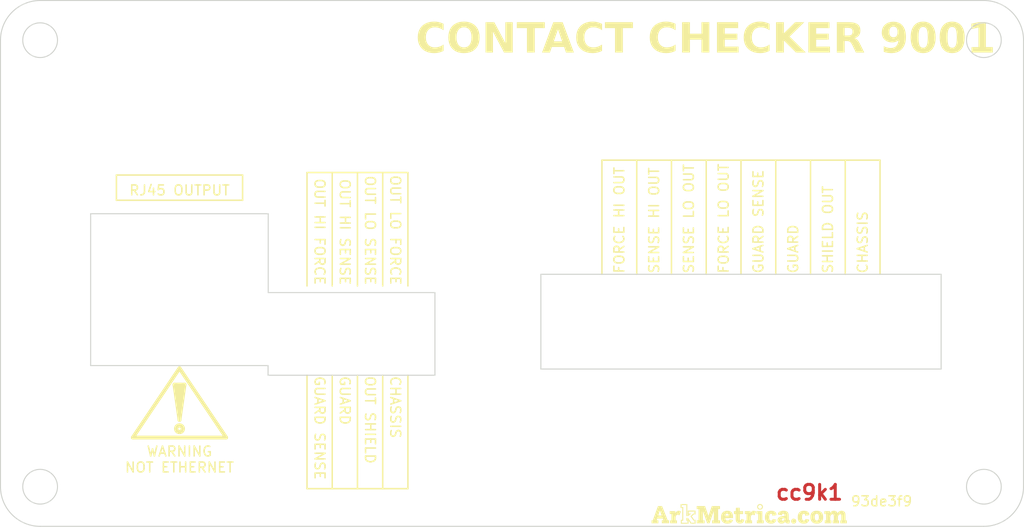
<source format=kicad_pcb>
(kicad_pcb (version 20221018) (generator pcbnew)
  (layers (0 "F.Cu" signal) (31 "B.Cu" signal) (34 "B.Paste" user) (35 "F.Paste" user) (36 "B.SilkS" user "B.Silkscreen") (37 "F.SilkS" user "F.Silkscreen") (38 "B.Mask" user) (39 "F.Mask" user) (44 "Edge.Cuts" user))
  (net 0 "")
  (footprint "custom:site_small" (layer "F.Cu") (at 177.736295 125.091704)
    (fp_text reference "G***" hide)
    (fp_text value "LOGO" hide)
    (fp_poly (pts (xy 1.323163 0.653705) (xy 1.46493 0.653705) (xy 1.46493 0.952992) (xy 1.123638 0.952992) (xy 1.051793 0.952874) (xy 0.984852 0.952539) (xy 0.92445 0.952009) (xy 0.872222 0.951311) (xy 0.829802 0.950468) (xy 0.798825 0.949507) (xy 0.780927 0.94845) (xy 0.777095 0.947741) (xy 0.775426 0.938548) (xy 0.773976 0.916186) (xy 0.772835 0.883239) (xy 0.772095 0.842291) (xy 0.771845 0.798098) (xy 0.771845 0.653705) (xy 0.913612 0.653705) (xy 0.913612 0.024143) (xy 0.825008 0.021916) (xy 0.736403 0.019689) (xy 0.732117 -0.275659) (xy 1.323163 -0.275659)) (fill solid) (layer "F.SilkS"))
    (fp_poly (pts (xy 4.495738 0.482101) (xy 4.559055 0.493372) (xy 4.615932 0.518506) (xy 4.664705 0.556354) (xy 4.703708 0.60577) (xy 4.71999 0.636569) (xy 4.732872 0.679646) (xy 4.737807 0.729992) (xy 4.734819 0.781291) (xy 4.723931 0.827226) (xy 4.719232 0.83879) (xy 4.690922 0.88495) (xy 4.651682 0.927309) (xy 4.60629 0.960917) (xy 4.595628 0.966813) (xy 4.554624 0.981619) (xy 4.505563 0.989707) (xy 4.454821 0.990662) (xy 4.408776 0.984071) (xy 4.394791 0.979848) (xy 4.33914 0.952074) (xy 4.292969 0.913054) (xy 4.257752 0.864847) (xy 4.234963 0.80951) (xy 4.226077 0.749102) (xy 4.226011 0.744279) (xy 4.229991 0.686563) (xy 4.243631 0.638138) (xy 4.268714 0.594652) (xy 4.303518 0.555181) (xy 4.345081 0.519082) (xy 4.385391 0.495905) (xy 4.428989 0.483923) (xy 4.480414 0.48141)) (fill solid) (layer "F.SilkS"))
    (fp_poly (pts (xy -7.100186 -0.310654) (xy -7.036788 -0.307489) (xy -6.985177 -0.298117) (xy -6.942308 -0.281628) (xy -6.905134 -0.257112) (xy -6.896719 -0.24993) (xy -6.868142 -0.224466) (xy -6.95133 -0.02969) (xy -7.034517 0.165086) (xy -7.05456 0.141267) (xy -7.089901 0.110819) (xy -7.133491 0.090963) (xy -7.181347 0.082364) (xy -7.229488 0.085685) (xy -7.273932 0.101592) (xy -7.278132 0.103966) (xy -7.307784 0.12491) (xy -7.333414 0.151632) (xy -7.357482 0.187251) (xy -7.382446 0.234891) (xy -7.384243 0.238657) (xy -7.411596 0.296255) (xy -7.409473 0.473011) (xy -7.407349 0.649767) (xy -7.338434 0.652043) (xy -7.26952 0.654318) (xy -7.26952 0.952992) (xy -7.610812 0.952992) (xy -7.682657 0.952874) (xy -7.749598 0.952539) (xy -7.81 0.952009) (xy -7.862228 0.951311) (xy -7.904648 0.950468) (xy -7.935624 0.949507) (xy -7.953523 0.94845) (xy -7.957354 0.947741) (xy -7.959023 0.938548) (xy -7.960474 0.916186) (xy -7.961614 0.883239) (xy -7.962355 0.842291) (xy -7.962605 0.798098) (xy -7.962605 0.653705) (xy -7.820837 0.653705) (xy -7.820837 0.024143) (xy -7.998047 0.019689) (xy -8.000189 -0.127985) (xy -8.002332 -0.275659) (xy -7.434915 -0.275659) (xy -7.434915 -0.068538) (xy -7.414423 -0.107122) (xy -7.37665 -0.169507) (xy -7.335679 -0.218858) (xy -7.288814 -0.257886) (xy -7.233356 -0.289301) (xy -7.232785 -0.289568) (xy -7.210594 -0.299268) (xy -7.190824 -0.305507) (xy -7.168947 -0.309004) (xy -7.140438 -0.310481) (xy -7.10077 -0.310657)) (fill solid) (layer "F.SilkS"))
    (fp_poly (pts (xy 0.460744 -0.310654) (xy 0.523992 -0.30751) (xy 0.575513 -0.298183) (xy 0.618429 -0.281743) (xy 0.655862 -0.257259) (xy 0.664551 -0.24993) (xy 0.693467 -0.224466) (xy 0.617671 -0.047256) (xy 0.596226 0.002946) (xy 0.576545 0.049147) (xy 0.559574 0.089111) (xy 0.546264 0.120598) (xy 0.537563 0.141372) (xy 0.534758 0.14825) (xy 0.527642 0.166546) (xy 0.506985 0.141997) (xy 0.470061 0.109623) (xy 0.424486 0.090186) (xy 0.37017 0.083515) (xy 0.32083 0.089096) (xy 0.277732 0.10715) (xy 0.23975 0.138527) (xy 0.205758 0.18408) (xy 0.184032 0.224242) (xy 0.157519 0.279152) (xy 0.157519 0.653705) (xy 0.291411 0.653705) (xy 0.291411 0.952992) (xy -0.049881 0.952992) (xy -0.121726 0.952874) (xy -0.188667 0.952539) (xy -0.249069 0.952009) (xy -0.301298 0.951311) (xy -0.343718 0.950468) (xy -0.374694 0.949507) (xy -0.392592 0.94845) (xy -0.396424 0.947741) (xy -0.398093 0.938548) (xy -0.399543 0.916186) (xy -0.400684 0.883239) (xy -0.401425 0.842291) (xy -0.401675 0.798098) (xy -0.401675 0.653705) (xy -0.259907 0.653705) (xy -0.259907 0.024143) (xy -0.348512 0.021916) (xy -0.437116 0.019689) (xy -0.441402 -0.275659) (xy 0.126015 -0.275659) (xy 0.126244 -0.171303) (xy 0.126472 -0.066946) (xy 0.15502 -0.120473) (xy 0.193614 -0.179604) (xy 0.241183 -0.230993) (xy 0.294505 -0.271441) (xy 0.322009 -0.286416) (xy 0.346293 -0.297409) (xy 0.366511 -0.304521) (xy 0.387316 -0.308564) (xy 0.41336 -0.310353) (xy 0.449296 -0.310699)) (fill solid) (layer "F.SilkS"))
    (fp_poly (pts (xy 1.120589 -0.996641) (xy 1.179662 -0.984617) (xy 1.235552 -0.960915) (xy 1.28619 -0.925717) (xy 1.329509 -0.879205) (xy 1.359269 -0.830425) (xy 1.370368 -0.805992) (xy 1.377197 -0.784564) (xy 1.380763 -0.760795) (xy 1.382074 -0.729338) (xy 1.382199 -0.708838) (xy 1.381601 -0.670734) (xy 1.379135 -0.642978) (xy 1.373851 -0.620191) (xy 1.3648 -0.596996) (xy 1.361 -0.588708) (xy 1.330381 -0.537791) (xy 1.289962 -0.491818) (xy 1.243731 -0.454843) (xy 1.211884 -0.437295) (xy 1.166031 -0.42197) (xy 1.114763 -0.413302) (xy 1.063908 -0.411776) (xy 1.019292 -0.41788) (xy 1.010377 -0.420463) (xy 0.947677 -0.448524) (xy 0.893903 -0.487758) (xy 0.850511 -0.536355) (xy 0.818957 -0.592503) (xy 0.800696 -0.654391) (xy 0.797063 -0.685879) (xy 0.797553 -0.7049) (xy 0.901798 -0.7049) (xy 0.902967 -0.671505) (xy 0.907572 -0.646845) (xy 0.91726 -0.624005) (xy 0.923893 -0.612181) (xy 0.956724 -0.571463) (xy 1.00152 -0.539275) (xy 1.037286 -0.523298) (xy 1.070983 -0.514266) (xy 1.102623 -0.513648) (xy 1.139426 -0.521433) (xy 1.145057 -0.523088) (xy 1.190872 -0.543003) (xy 1.227198 -0.573364) (xy 1.256307 -0.615348) (xy 1.27601 -0.665965) (xy 1.280964 -0.717335) (xy 1.271672 -0.767008) (xy 1.248635 -0.812533) (xy 1.212353 -0.851458) (xy 1.207157 -0.855552) (xy 1.160973 -0.881592) (xy 1.111452 -0.893622) (xy 1.061271 -0.892187) (xy 1.01311 -0.877835) (xy 0.969647 -0.851111) (xy 0.933562 -0.812563) (xy 0.923984 -0.797774) (xy 0.911353 -0.773393) (xy 0.904584 -0.750451) (xy 0.902021 -0.722023) (xy 0.901798 -0.7049) (xy 0.797553 -0.7049) (xy 0.798712 -0.749826) (xy 0.812393 -0.806393) (xy 0.839211 -0.859544) (xy 0.849847 -0.875226) (xy 0.89382 -0.92432) (xy 0.944948 -0.960827) (xy 1.001165 -0.984928) (xy 1.060401 -0.996805)) (fill solid) (layer "F.SilkS"))
    (fp_poly (pts (xy -8.977239 -0.785758) (xy -8.772666 -0.783659) (xy -8.488257 -0.068915) (xy -8.203847 0.645829) (xy -8.064652 0.645829) (xy -8.066791 0.797441) (xy -8.06893 0.949054) (xy -8.79352 0.949054) (xy -8.795658 0.79771) (xy -8.797796 0.646365) (xy -8.633736 0.641891) (xy -8.665339 0.557224) (xy -8.696941 0.472558) (xy -9.252965 0.472558) (xy -9.278399 0.549348) (xy -9.289426 0.582539) (xy -9.298811 0.6106) (xy -9.30532 0.62985) (xy -9.307457 0.635984) (xy -9.305259 0.640574) (xy -9.293355 0.643585) (xy -9.269811 0.645255) (xy -9.232692 0.645824) (xy -9.227541 0.645829) (xy -9.144 0.645829) (xy -9.144 0.952992) (xy -9.829209 0.952992) (xy -9.829209 0.645829) (xy -9.696799 0.645829) (xy -9.685118 0.612356) (xy -9.680734 0.60003) (xy -9.671416 0.574019) (xy -9.657571 0.535456) (xy -9.639608 0.485474) (xy -9.617934 0.425207) (xy -9.592957 0.355787) (xy -9.565085 0.278347) (xy -9.534725 0.194022) (xy -9.521084 0.156146) (xy -9.150287 0.156146) (xy -9.147015 0.159564) (xy -9.138337 0.162022) (xy -9.122364 0.163676) (xy -9.097204 0.164683) (xy -9.060967 0.165199) (xy -9.011762 0.165381) (xy -8.983461 0.165395) (xy -8.933583 0.165135) (xy -8.889466 0.164407) (xy -8.853381 0.16329) (xy -8.827598 0.161862) (xy -8.814384 0.160202) (xy -8.813126 0.159488) (xy -8.815622 0.149996) (xy -8.822688 0.128077) (xy -8.83358 0.095813) (xy -8.847555 0.055285) (xy -8.863872 0.008577) (xy -8.881786 -0.04223) (xy -8.900555 -0.095053) (xy -8.919437 -0.14781) (xy -8.937688 -0.198419) (xy -8.954566 -0.244797) (xy -8.969327 -0.284862) (xy -8.981229 -0.316533) (xy -8.989529 -0.337726) (xy -8.993484 -0.346359) (xy -8.993625 -0.346453) (xy -8.996638 -0.339258) (xy -9.003592 -0.319116) (xy -9.013821 -0.288142) (xy -9.026662 -0.248455) (xy -9.041449 -0.202169) (xy -9.057519 -0.151401) (xy -9.074205 -0.098268) (xy -9.090844 -0.044887) (xy -9.10677 0.006628) (xy -9.12132 0.054158) (xy -9.133829 0.095588) (xy -9.143631 0.128801) (xy -9.150044 0.151612) (xy -9.150287 0.156146) (xy -9.521084 0.156146) (xy -9.502285 0.103945) (xy -9.468173 0.009247) (xy -9.439302 -0.070884) (xy -9.404124 -0.168522) (xy -9.370285 -0.26247) (xy -9.338192 -0.351594) (xy -9.308254 -0.434763) (xy -9.280878 -0.510841) (xy -9.256471 -0.578695) (xy -9.235442 -0.637192) (xy -9.218197 -0.685199) (xy -9.205146 -0.721582) (xy -9.196695 -0.745206) (xy -9.193488 -0.754254) (xy -9.181811 -0.787856)) (fill solid) (layer "F.SilkS"))
    (fp_poly (pts (xy -0.945116 -0.275659) (xy -0.614326 -0.275659) (xy -0.614326 0.023627) (xy -0.945116 0.023627) (xy -0.945116 0.307553) (xy -0.94502 0.387207) (xy -0.944626 0.452593) (xy -0.943775 0.505194) (xy -0.942306 0.546493) (xy -0.940062 0.577974) (xy -0.936883 0.601119) (xy -0.932609 0.617413) (xy -0.927082 0.628337) (xy -0.920141 0.635376) (xy -0.911629 0.640012) (xy -0.909322 0.640937) (xy -0.8769 0.646202) (xy -0.847969 0.637071) (xy -0.824311 0.614807) (xy -0.807705 0.580673) (xy -0.803887 0.566145) (xy -0.798992 0.541177) (xy -0.795958 0.521567) (xy -0.795473 0.515488) (xy -0.79023 0.505272) (xy -0.785997 0.504062) (xy -0.776459 0.506541) (xy -0.754972 0.513316) (xy -0.724416 0.523395) (xy -0.68767 0.535784) (xy -0.647611 0.549489) (xy -0.607119 0.563517) (xy -0.569073 0.576876) (xy -0.536351 0.588571) (xy -0.511832 0.597609) (xy -0.498395 0.602998) (xy -0.496859 0.603824) (xy -0.496514 0.613036) (xy -0.501021 0.633405) (xy -0.509285 0.661505) (xy -0.52021 0.693908) (xy -0.532702 0.727186) (xy -0.545664 0.757911) (xy -0.547119 0.761091) (xy -0.585283 0.826981) (xy -0.633397 0.880692) (xy -0.691807 0.922529) (xy -0.760861 0.952798) (xy -0.76622 0.954529) (xy -0.80867 0.964217) (xy -0.861324 0.970665) (xy -0.918936 0.973683) (xy -0.976257 0.973084) (xy -1.02804 0.96868) (xy -1.051372 0.964754) (xy -1.124864 0.942504) (xy -1.190149 0.908625) (xy -1.245629 0.864268) (xy -1.289704 0.810583) (xy -1.306766 0.780998) (xy -1.318745 0.756794) (xy -1.328664 0.734817) (xy -1.336738 0.713292) (xy -1.343179 0.690444) (xy -1.348201 0.664498) (xy -1.352016 0.633678) (xy -1.354838 0.59621) (xy -1.35688 0.550319) (xy -1.358355 0.494229) (xy -1.359476 0.426166) (xy -1.360457 0.344354) (xy -1.360583 0.332759) (xy -1.363943 0.023627) (xy -1.535814 0.023627) (xy -1.535814 -0.275659) (xy -1.445241 -0.275659) (xy -1.403429 -0.276153) (xy -1.375556 -0.277761) (xy -1.359834 -0.280679) (xy -1.354476 -0.2851) (xy -1.354443 -0.285504) (xy -1.353782 -0.296182) (xy -1.352082 -0.319898) (xy -1.349541 -0.353987) (xy -1.346358 -0.395785) (xy -1.342853 -0.441055) (xy -1.339226 -0.488116) (xy -1.336054 -0.530373) (xy -1.333535 -0.565068) (xy -1.331871 -0.589444) (xy -1.331263 -0.600543) (xy -1.330193 -0.604841) (xy -1.325925 -0.608144) (xy -1.316641 -0.610581) (xy -1.300522 -0.612283) (xy -1.275749 -0.613378) (xy -1.240502 -0.613997) (xy -1.192962 -0.61427) (xy -1.138078 -0.614326) (xy -0.945116 -0.614326)) (fill solid) (layer "F.SilkS"))
    (fp_poly (pts (xy -2.937737 -0.480435) (xy -3.12676 -0.480435) (xy -3.12676 0.645829) (xy -2.937737 0.645829) (xy -2.937737 0.952992) (xy -3.733209 0.952992) (xy -3.733209 0.645829) (xy -3.559938 0.645829) (xy -3.560524 0.17524) (xy -3.561111 -0.295349) (xy -3.579222 -0.244155) (xy -3.584754 -0.228365) (xy -3.594983 -0.199) (xy -3.609455 -0.157372) (xy -3.627715 -0.104792) (xy -3.649308 -0.042572) (xy -3.673778 0.027977) (xy -3.700672 0.105544) (xy -3.729534 0.188818) (xy -3.75991 0.276487) (xy -3.786903 0.354418) (xy -3.817935 0.444014) (xy -3.847632 0.52974) (xy -3.875566 0.61036) (xy -3.901309 0.684638) (xy -3.924432 0.751339) (xy -3.944507 0.809226) (xy -3.961104 0.857063) (xy -3.973796 0.893614) (xy -3.982154 0.917644) (xy -3.985634 0.927596) (xy -3.994797 0.953393) (xy -4.113139 0.951223) (xy -4.23148 0.949054) (xy -4.442802 0.338666) (xy -4.475393 0.244558) (xy -4.506535 0.154694) (xy -4.535839 0.070194) (xy -4.562914 -0.007823) (xy -4.587372 -0.078237) (xy -4.608824 -0.139929) (xy -4.626881 -0.191779) (xy -4.641153 -0.232668) (xy -4.651252 -0.261476) (xy -4.656788 -0.277084) (xy -4.657727 -0.279597) (xy -4.658385 -0.273395) (xy -4.659025 -0.25278) (xy -4.659635 -0.219091) (xy -4.660201 -0.173668) (xy -4.660712 -0.11785) (xy -4.661156 -0.052976) (xy -4.661519 0.019615) (xy -4.66179 0.098583) (xy -4.661952 0.179178) (xy -4.662574 0.645829) (xy -4.489303 0.645829) (xy -4.489303 0.952992) (xy -4.881788 0.952992) (xy -4.958958 0.952889) (xy -5.031307 0.952596) (xy -5.097317 0.952131) (xy -5.155465 0.951515) (xy -5.204232 0.950768) (xy -5.242098 0.94991) (xy -5.267541 0.948961) (xy -5.279041 0.947941) (xy -5.279525 0.947741) (xy -5.281173 0.938565) (xy -5.282609 0.916183) (xy -5.283746 0.88314) (xy -5.284497 0.841983) (xy -5.284775 0.795257) (xy -5.284775 0.645829) (xy -5.095752 0.645829) (xy -5.095752 -0.480435) (xy -5.284775 -0.480435) (xy -5.284775 -0.787597) (xy -4.86538 -0.787504) (xy -4.445985 -0.78741) (xy -4.277862 -0.296462) (xy -4.24895 -0.212136) (xy -4.221455 -0.132136) (xy -4.195812 -0.057719) (xy -4.172459 0.009856) (xy -4.151832 0.069331) (xy -4.134368 0.119449) (xy -4.120504 0.158951) (xy -4.110675 0.18658) (xy -4.105319 0.201078) (xy -4.104516 0.202937) (xy -4.101162 0.197141) (xy -4.093198 0.177616) (xy -4.081053 0.145558) (xy -4.065153 0.102164) (xy -4.045927 0.048629) (xy -4.023803 -0.01385) (xy -3.999208 -0.084079) (xy -3.972571 -0.16086) (xy -3.944318 -0.242998) (xy -3.929572 -0.286136) (xy -3.75985 -0.783659) (xy -3.348794 -0.785699) (xy -2.937737 -0.787738)) (fill solid) (layer "F.SilkS"))
    (fp_poly (pts (xy -6.229892 0.126015) (xy -6.211633 0.126015) (xy -6.195086 0.12136) (xy -6.172954 0.10947) (xy -6.159947 0.100418) (xy -6.126519 0.074821) (xy -6.154578 0.072377) (xy -6.182636 0.069932) (xy -6.182636 -0.330791) (xy -5.402915 -0.330791) (xy -5.402915 0.070883) (xy -5.49152 0.071181) (xy -5.580124 0.071479) (xy -5.678574 0.157918) (xy -5.71153 0.187148) (xy -5.740099 0.213048) (xy -5.762257 0.233735) (xy -5.775977 0.247329) (xy -5.779487 0.251648) (xy -5.77568 0.2597) (xy -5.763691 0.278682) (xy -5.744708 0.306864) (xy -5.719918 0.342514) (xy -5.690508 0.3839) (xy -5.658056 0.428756) (xy -5.534162 0.598573) (xy -5.395039 0.598573) (xy -5.395039 1.000248) (xy -5.880244 1.000248) (xy -5.990091 0.838018) (xy -6.099938 0.675789) (xy -6.102067 0.838018) (xy -6.104196 1.000248) (xy -6.883597 1.000248) (xy -6.883597 0.598573) (xy -6.74183 0.598573) (xy -6.74183 -0.590698) (xy -6.907225 -0.590698) (xy -6.907225 -0.882109) (xy -6.804837 -0.882109) (xy -6.804837 -0.693086) (xy -6.639442 -0.693086) (xy -6.639442 0.700348) (xy -6.708357 0.702623) (xy -6.777272 0.704899) (xy -6.779483 0.801379) (xy -6.781694 0.89786) (xy -6.205779 0.89786) (xy -6.20799 0.801379) (xy -6.210202 0.704899) (xy -6.271241 0.702598) (xy -6.332279 0.700298) (xy -6.332279 0.555255) (xy -6.229892 0.555255) (xy -6.229892 0.598573) (xy -6.19445 0.598573) (xy -6.173358 0.597401) (xy -6.160776 0.594434) (xy -6.159203 0.592666) (xy -6.16391 0.582157) (xy -6.175434 0.564815) (xy -6.190439 0.54492) (xy -6.205592 0.526752) (xy -6.217558 0.514593) (xy -6.222092 0.511938) (xy -6.226363 0.519059) (xy -6.229196 0.537429) (xy -6.229892 0.555255) (xy -6.332279 0.555255) (xy -6.332279 0.40955) (xy -6.243675 0.409591) (xy -6.15507 0.409633) (xy -5.989675 0.653525) (xy -5.824279 0.897417) (xy -5.660853 0.897639) (xy -5.497427 0.89786) (xy -5.497427 0.700961) (xy -5.588603 0.700961) (xy -5.752714 0.475826) (xy -5.790851 0.423264) (xy -5.825906 0.37448) (xy -5.856815 0.330989) (xy -5.882519 0.294303) (xy -5.901955 0.265938) (xy -5.91406 0.247406) (xy -5.917809 0.240421) (xy -5.912376 0.232628) (xy -5.896579 0.216078) (xy -5.872002 0.19228) (xy -5.840231 0.162738) (xy -5.802851 0.128961) (xy -5.769315 0.099324) (xy -5.619838 -0.031504) (xy -5.513178 -0.031504) (xy -5.513178 -0.228404) (xy -6.080248 -0.228404) (xy -6.080248 -0.031904) (xy -5.837008 -0.027566) (xy -5.994779 0.100418) (xy -6.15255 0.228403) (xy -6.332279 0.228403) (xy -6.332279 -0.882109) (xy -6.804837 -0.882109) (xy -6.907225 -0.882109) (xy -6.907225 -0.992373) (xy -6.229892 -0.992373)) (fill solid) (layer "F.SilkS"))
    (fp_poly (pts (xy 6.860134 -0.310311) (xy 6.903151 -0.309346) (xy 6.937354 -0.30739) (xy 6.966208 -0.304159) (xy 6.993179 -0.29937) (xy 7.021426 -0.292814) (xy 7.113253 -0.2634) (xy 7.193016 -0.224047) (xy 7.261116 -0.17445) (xy 7.317952 -0.114302) (xy 7.363925 -0.043296) (xy 7.374279 -0.022743) (xy 7.391233 0.015541) (xy 7.406877 0.055698) (xy 7.418782 0.091305) (xy 7.422367 0.104517) (xy 7.435476 0.177522) (xy 7.442869 0.260073) (xy 7.444575 0.347105) (xy 7.440626 0.433551) (xy 7.431052 0.514344) (xy 7.419492 0.571007) (xy 7.389586 0.661141) (xy 7.348432 0.740544) (xy 7.296246 0.808944) (xy 7.23324 0.866064) (xy 7.159629 0.911631) (xy 7.150495 0.916117) (xy 7.104867 0.936988) (xy 7.064407 0.952746) (xy 7.025417 0.964156) (xy 6.984197 0.971984) (xy 6.937052 0.976994) (xy 6.880282 0.979953) (xy 6.836341 0.981141) (xy 6.770026 0.981823) (xy 6.716656 0.980704) (xy 6.673513 0.977668) (xy 6.637882 0.972596) (xy 6.637345 0.972495) (xy 6.541524 0.947639) (xy 6.456391 0.91121) (xy 6.381949 0.863215) (xy 6.318204 0.803656) (xy 6.26516 0.732538) (xy 6.222822 0.649866) (xy 6.192283 0.559743) (xy 6.18512 0.531752) (xy 6.179854 0.50676) (xy 6.176187 0.481482) (xy 6.173824 0.452632) (xy 6.172467 0.416923) (xy 6.171822 0.371117) (xy 6.593766 0.371117) (xy 6.60073 0.449584) (xy 6.615586 0.517969) (xy 6.638009 0.575305) (xy 6.667675 0.620624) (xy 6.70426 0.652958) (xy 6.722072 0.662644) (xy 6.755231 0.672315) (xy 6.79637 0.676762) (xy 6.838521 0.675727) (xy 6.874715 0.668953) (xy 6.876514 0.668369) (xy 6.919567 0.646812) (xy 6.95453 0.613431) (xy 6.981591 0.567791) (xy 7.000937 0.509457) (xy 7.012757 0.437996) (xy 7.017239 0.352971) (xy 7.017292 0.342604) (xy 7.015488 0.267429) (xy 7.009719 0.20531) (xy 6.999655 0.153975) (xy 6.984963 0.111151) (xy 6.982803 0.106325) (xy 6.954532 0.058679) (xy 6.919194 0.024731) (xy 6.875375 0.003476) (xy 6.824883 -0.005853) (xy 6.76811 -0.004743) (xy 6.719802 0.00851) (xy 6.679697 0.034237) (xy 6.64753 0.072771) (xy 6.623038 0.124441) (xy 6.605958 0.189581) (xy 6.596026 0.268522) (xy 6.595018 0.283534) (xy 6.593766 0.371117) (xy 6.171822 0.371117) (xy 6.171821 0.37107) (xy 6.171632 0.33079) (xy 6.171698 0.274508) (xy 6.172411 0.230741) (xy 6.174015 0.196258) (xy 6.176756 0.167827) (xy 6.18088 0.142218) (xy 6.186631 0.116199) (xy 6.188513 0.108615) (xy 6.218301 0.016089) (xy 6.258155 -0.064403) (xy 6.30849 -0.133274) (xy 6.369717 -0.190937) (xy 6.44225 -0.237804) (xy 6.526501 -0.274289) (xy 6.590538 -0.293338) (xy 6.618486 -0.299786) (xy 6.645394 -0.304436) (xy 6.674687 -0.307564) (xy 6.709789 -0.309445) (xy 6.754125 -0.310354) (xy 6.804837 -0.31057)) (fill solid) (layer "F.SilkS"))
    (fp_poly (pts (xy 5.572713 -0.31015) (xy 5.624293 -0.307925) (xy 5.667799 -0.303407) (xy 5.70705 -0.296015) (xy 5.745864 -0.285168) (xy 5.788061 -0.270287) (xy 5.796713 -0.266979) (xy 5.865087 -0.233543) (xy 5.925075 -0.189975) (xy 5.974667 -0.138181) (xy 6.011853 -0.080061) (xy 6.024373 -0.051373) (xy 6.033115 -0.021415) (xy 6.040739 0.016271) (xy 6.045631 0.05367) (xy 6.045714 0.054649) (xy 6.048108 0.085966) (xy 6.048379 0.105174) (xy 6.045807 0.115852) (xy 6.039671 0.12158) (xy 6.031553 0.125065) (xy 6.019988 0.128149) (xy 5.995819 0.133708) (xy 5.961706 0.141191) (xy 5.920308 0.150049) (xy 5.874284 0.159731) (xy 5.826294 0.169688) (xy 5.778996 0.17937) (xy 5.73505 0.188228) (xy 5.697115 0.195711) (xy 5.66785 0.20127) (xy 5.649914 0.204355) (xy 5.645909 0.204799) (xy 5.643292 0.197519) (xy 5.640715 0.178124) (xy 5.63861 0.150247) (xy 5.638033 0.138401) (xy 5.63453 0.096287) (xy 5.626852 0.065434) (xy 5.613067 0.041512) (xy 5.591246 0.020192) (xy 5.582193 0.013169) (xy 5.555843 0.000915) (xy 5.520947 -0.005619) (xy 5.483873 -0.005779) (xy 5.453997 0.000036) (xy 5.414324 0.020766) (xy 5.379604 0.053448) (xy 5.353544 0.094335) (xy 5.348177 0.10708) (xy 5.335312 0.152517) (xy 5.325633 0.209758) (xy 5.319515 0.27511) (xy 5.317337 0.344878) (xy 5.318497 0.397452) (xy 5.325372 0.476054) (xy 5.3384 0.540646) (xy 5.358044 0.591906) (xy 5.384762 0.630509) (xy 5.419016 0.657134) (xy 5.461265 0.672456) (xy 5.508722 0.67716) (xy 5.560776 0.670938) (xy 5.603464 0.652204) (xy 5.636162 0.62148) (xy 5.658243 0.57929) (xy 5.666815 0.544704) (xy 5.671789 0.522933) (xy 5.678484 0.513988) (xy 5.685292 0.513832) (xy 5.696516 0.516263) (xy 5.720809 0.521248) (xy 5.755784 0.528307) (xy 5.799053 0.536961) (xy 5.848229 0.546727) (xy 5.874116 0.551843) (xy 6.049968 0.586547) (xy 6.04523 0.610281) (xy 6.039823 0.62731) (xy 6.029052 0.654151) (xy 6.014684 0.68657) (xy 6.004151 0.708837) (xy 5.958974 0.785342) (xy 5.903635 0.849814) (xy 5.838205 0.902195) (xy 5.762752 0.942427) (xy 5.698263 0.964977) (xy 5.659948 0.972669) (xy 5.610109 0.978159) (xy 5.552827 0.981402) (xy 5.492183 0.982354) (xy 5.432255 0.980972) (xy 5.377124 0.97721) (xy 5.330871 0.971025) (xy 5.321057 0.96907) (xy 5.22997 0.942253) (xy 5.149289 0.903634) (xy 5.079124 0.85331) (xy 5.019581 0.791376) (xy 4.97077 0.717926) (xy 4.932798 0.633055) (xy 4.929861 0.624698) (xy 4.914052 0.566006) (xy 4.902307 0.496084) (xy 4.89475 0.418953) (xy 4.891505 0.338634) (xy 4.892694 0.259149) (xy 4.898443 0.184519) (xy 4.908873 0.118764) (xy 4.91369 0.098449) (xy 4.944779 0.006718) (xy 4.986785 -0.073669) (xy 5.039671 -0.142676) (xy 5.103402 -0.200265) (xy 5.17794 -0.2464) (xy 5.263249 -0.281045) (xy 5.304465 -0.292709) (xy 5.335129 -0.299693) (xy 5.364512 -0.304633) (xy 5.396443 -0.307863) (xy 5.43475 -0.309721) (xy 5.48326 -0.310541) (xy 5.50924 -0.31066)) (fill solid) (layer "F.SilkS"))
    (fp_poly (pts (xy 9.336961 -0.312677) (xy 9.417271 -0.302998) (xy 9.486648 -0.282167) (xy 9.545789 -0.249654) (xy 9.595391 -0.20493) (xy 9.636152 -0.147466) (xy 9.668769 -0.076733) (xy 9.676322 -0.055132) (xy 9.679895 -0.042812) (xy 9.682888 -0.028428) (xy 9.685378 -0.0104) (xy 9.687443 0.012853) (xy 9.689163 0.042911) (xy 9.690616 0.081356) (xy 9.691881 0.129768) (xy 9.693035 0.189728) (xy 9.694159 0.262816) (xy 9.694921 0.318976) (xy 9.699256 0.649767) (xy 9.76817 0.652043) (xy 9.837085 0.654318) (xy 9.837085 0.952992) (xy 9.175504 0.952992) (xy 9.175504 0.653705) (xy 9.286743 0.653705) (xy 9.284286 0.395767) (xy 9.283564 0.324839) (xy 9.282813 0.267833) (xy 9.281913 0.222921) (xy 9.280742 0.188273) (xy 9.279181 0.16206) (xy 9.277107 0.142452) (xy 9.274402 0.127621) (xy 9.270943 0.115737) (xy 9.266611 0.104971) (xy 9.264845 0.101082) (xy 9.243452 0.066379) (xy 9.216476 0.045443) (xy 9.181267 0.036564) (xy 9.164012 0.036009) (xy 9.11634 0.044433) (xy 9.070543 0.067815) (xy 9.027552 0.10539) (xy 8.988296 0.156391) (xy 8.962346 0.202031) (xy 8.935287 0.255969) (xy 8.930591 0.653705) (xy 9.041612 0.653705) (xy 9.041612 0.953171) (xy 8.724604 0.951112) (xy 8.407597 0.949054) (xy 8.405454 0.801379) (xy 8.403311 0.653705) (xy 8.521798 0.653705) (xy 8.521739 0.435147) (xy 8.521239 0.347929) (xy 8.519615 0.275034) (xy 8.516601 0.215054) (xy 8.511934 0.166585) (xy 8.505347 0.128219) (xy 8.496577 0.09855) (xy 8.485358 0.076172) (xy 8.471426 0.059679) (xy 8.454515 0.047664) (xy 8.448148 0.044401) (xy 8.420812 0.034404) (xy 8.394226 0.032539) (xy 8.362641 0.038819) (xy 8.3443 0.044634) (xy 8.300212 0.067719) (xy 8.258873 0.105631) (xy 8.221026 0.157572) (xy 8.196563 0.202782) (xy 8.163442 0.27172) (xy 8.161081 0.462713) (xy 8.158721 0.653705) (xy 8.277991 0.653705) (xy 8.275848 0.801379) (xy 8.273705 0.949054) (xy 7.946281 0.951108) (xy 7.875944 0.951424) (xy 7.810532 0.951477) (xy 7.751718 0.951284) (xy 7.701172 0.95086) (xy 7.660566 0.950222) (xy 7.63157 0.949387) (xy 7.615855 0.948371) (xy 7.613522 0.947826) (xy 7.611825 0.938605) (xy 7.610351 0.916217) (xy 7.609192 0.883248) (xy 7.60844 0.842284) (xy 7.608186 0.798098) (xy 7.608186 0.653705) (xy 7.749953 0.653705) (xy 7.749953 0.024143) (xy 7.661349 0.021916) (xy 7.572744 0.019689) (xy 7.568458 -0.275659) (xy 8.135876 -0.275659) (xy 8.135876 -0.076318) (xy 8.165996 -0.122826) (xy 8.216305 -0.187007) (xy 8.275544 -0.23833) (xy 8.343214 -0.276556) (xy 8.418815 -0.301444) (xy 8.501846 -0.312755) (xy 8.561178 -0.312629) (xy 8.640157 -0.302006) (xy 8.710005 -0.279269) (xy 8.770098 -0.244838) (xy 8.819812 -0.199131) (xy 8.858521 -0.142569) (xy 8.877596 -0.099885) (xy 8.894469 -0.054064) (xy 8.91861 -0.099885) (xy 8.936372 -0.128095) (xy 8.961023 -0.160358) (xy 8.987644 -0.190304) (xy 8.991306 -0.194006) (xy 9.051481 -0.243668) (xy 9.118936 -0.279932) (xy 9.194229 -0.302989) (xy 9.277921 -0.313031)) (fill solid) (layer "F.SilkS"))
    (fp_poly (pts (xy 2.28436 -0.309826) (xy 2.342243 -0.305435) (xy 2.390477 -0.29833) (xy 2.398232 -0.296663) (xy 2.481875 -0.271294) (xy 2.555785 -0.236108) (xy 2.618817 -0.191903) (xy 2.669827 -0.13948) (xy 2.706967 -0.08107) (xy 2.721444 -0.050149) (xy 2.730531 -0.024784) (xy 2.735744 0.001228) (xy 2.738595 0.034091) (xy 2.739483 0.052097) (xy 2.740493 0.084016) (xy 2.74055 0.109005) (xy 2.739685 0.123631) (xy 2.738806 0.126015) (xy 2.73033 0.127531) (xy 2.708553 0.131796) (xy 2.675601 0.138381) (xy 2.633602 0.146859) (xy 2.584682 0.156805) (xy 2.542936 0.165338) (xy 2.490017 0.176142) (xy 2.442292 0.185816) (xy 2.401901 0.193931) (xy 2.370987 0.20006) (xy 2.35169 0.203773) (xy 2.346082 0.204718) (xy 2.343372 0.197502) (xy 2.340542 0.178299) (xy 2.338106 0.150861) (xy 2.337603 0.142865) (xy 2.331753 0.094288) (xy 2.31968 0.057403) (xy 2.299956 0.028897) (xy 2.281484 0.012637) (xy 2.265427 0.003318) (xy 2.245504 -0.001817) (xy 2.21678 -0.003798) (xy 2.202149 -0.003938) (xy 2.154754 -0.000014) (xy 2.117921 0.013093) (xy 2.088491 0.037381) (xy 2.063307 0.074848) (xy 2.056434 0.088286) (xy 2.040631 0.126417) (xy 2.029167 0.168267) (xy 2.021702 0.216453) (xy 2.017895 0.273594) (xy 2.017407 0.342308) (xy 2.0183 0.381789) (xy 2.021373 0.447991) (xy 2.026605 0.500957) (xy 2.034692 0.543135) (xy 2.046331 0.576973) (xy 2.062219 0.604919) (xy 2.083052 0.629422) (xy 2.090921 0.636975) (xy 2.118936 0.658754) (xy 2.148179 0.671627) (xy 2.183222 0.676887) (xy 2.228399 0.675844) (xy 2.262539 0.670943) (xy 2.28868 0.66043) (xy 2.303808 0.650234) (xy 2.331567 0.621245) (xy 2.352074 0.584623) (xy 2.362118 0.546525) (xy 2.362618 0.537534) (xy 2.364321 0.520227) (xy 2.368241 0.512363) (xy 2.368697 0.512317) (xy 2.377766 0.51393) (xy 2.400069 0.518256) (xy 2.433404 0.524859) (xy 2.475572 0.533299) (xy 2.524373 0.543141) (xy 2.55969 0.550302) (xy 2.620672 0.562473) (xy 2.667657 0.572134) (xy 2.701901 0.580704) (xy 2.724661 0.589599) (xy 2.737195 0.600236) (xy 2.74076 0.614033) (xy 2.736612 0.632406) (xy 2.726008 0.656773) (xy 2.710206 0.688551) (xy 2.700226 0.708734) (xy 2.655367 0.785647) (xy 2.60194 0.849417) (xy 2.539422 0.900446) (xy 2.46729 0.939133) (xy 2.385019 0.965878) (xy 2.356013 0.972066) (xy 2.315034 0.977643) (xy 2.263875 0.981411) (xy 2.207551 0.9833) (xy 2.151078 0.983241) (xy 2.099471 0.981165) (xy 2.057745 0.977003) (xy 2.052948 0.976245) (xy 1.958509 0.953456) (xy 1.87404 0.918634) (xy 1.799888 0.872094) (xy 1.7364 0.81415) (xy 1.683923 0.745116) (xy 1.642804 0.665305) (xy 1.614372 0.578985) (xy 1.598871 0.499588) (xy 1.589499 0.411665) (xy 1.586674 0.321372) (xy 1.590812 0.234862) (xy 1.590965 0.233252) (xy 1.606497 0.127623) (xy 1.631851 0.034138) (xy 1.667356 -0.047628) (xy 1.713342 -0.118101) (xy 1.770135 -0.177705) (xy 1.838065 -0.226867) (xy 1.917462 -0.266011) (xy 1.997264 -0.292561) (xy 2.04037 -0.301099) (xy 2.094834 -0.307138) (xy 2.156454 -0.310634) (xy 2.22103 -0.311544)) (fill solid) (layer "F.SilkS"))
    (fp_poly (pts (xy -2.142291 -0.30976) (xy -2.08737 -0.306671) (xy -2.040764 -0.300666) (xy -1.99879 -0.291043) (xy -1.957766 -0.277099) (xy -1.914011 -0.258133) (xy -1.900666 -0.251778) (xy -1.831253 -0.209622) (xy -1.771104 -0.155018) (xy -1.720711 -0.088601) (xy -1.680568 -0.011009) (xy -1.653855 0.066945) (xy -1.647249 0.094134) (xy -1.64223 0.122747) (xy -1.638482 0.155949) (xy -1.635693 0.196906) (xy -1.633548 0.248782) (xy -1.632571 0.281565) (xy -1.628459 0.433178) (xy -2.402171 0.433178) (xy -2.402171 0.459089) (xy -2.398877 0.491088) (xy -2.390278 0.529647) (xy -2.378297 0.567857) (xy -2.364856 0.598812) (xy -2.361811 0.604097) (xy -2.345254 0.623608) (xy -2.321511 0.643544) (xy -2.308943 0.651806) (xy -2.292315 0.660997) (xy -2.277102 0.667132) (xy -2.259553 0.670823) (xy -2.235921 0.672686) (xy -2.202457 0.673334) (xy -2.17713 0.673395) (xy -2.136442 0.673187) (xy -2.10792 0.672167) (xy -2.087977 0.669739) (xy -2.073031 0.665306) (xy -2.059495 0.658274) (xy -2.050156 0.652293) (xy -2.019042 0.623173) (xy -2.003476 0.595222) (xy -1.992283 0.573544) (xy -1.981221 0.561105) (xy -1.976868 0.55958) (xy -1.965867 0.561006) (xy -1.941827 0.564808) (xy -1.907216 0.570573) (xy -1.864498 0.577887) (xy -1.81614 0.586338) (xy -1.799659 0.589254) (xy -1.74193 0.599374) (xy -1.698249 0.607534) (xy -1.667272 0.615134) (xy -1.64766 0.623579) (xy -1.63807 0.634269) (xy -1.63716 0.648608) (xy -1.64359 0.667998) (xy -1.656018 0.693842) (xy -1.671136 0.723607) (xy -1.71524 0.795092) (xy -1.770196 0.85518) (xy -1.836025 0.903885) (xy -1.912747 0.941221) (xy -2.000383 0.967204) (xy -2.008372 0.968897) (xy -2.062907 0.977114) (xy -2.127541 0.982103) (xy -2.196946 0.983819) (xy -2.265794 0.982214) (xy -2.328756 0.977242) (xy -2.364887 0.972024) (xy -2.46046 0.947684) (xy -2.546148 0.91117) (xy -2.621621 0.862781) (xy -2.686553 0.802816) (xy -2.740616 0.731574) (xy -2.783481 0.649354) (xy -2.813054 0.563131) (xy -2.819381 0.537471) (xy -2.823964 0.512354) (xy -2.827074 0.484492) (xy -2.828982 0.450599) (xy -2.829959 0.407385) (xy -2.830273 0.354418) (xy -2.829735 0.288036) (xy -2.827532 0.233623) (xy -2.823124 0.187439) (xy -2.821039 0.175288) (xy -2.39686 0.175288) (xy -2.396096 0.17672) (xy -2.387241 0.178039) (xy -2.36502 0.179202) (xy -2.331818 0.180146) (xy -2.290021 0.180808) (xy -2.242015 0.181127) (xy -2.226508 0.181147) (xy -2.061347 0.181147) (xy -2.065403 0.130625) (xy -2.075185 0.07708) (xy -2.095199 0.035411) (xy -2.125807 0.005219) (xy -2.167367 -0.013893) (xy -2.202301 -0.020792) (xy -2.253844 -0.020271) (xy -2.299413 -0.00664) (xy -2.337034 0.019123) (xy -2.364738 0.056042) (xy -2.367193 0.060947) (xy -2.376717 0.084381) (xy -2.385556 0.111983) (xy -2.392601 0.139301) (xy -2.396739 0.161886) (xy -2.39686 0.175288) (xy -2.821039 0.175288) (xy -2.81597 0.145741) (xy -2.805531 0.104788) (xy -2.791267 0.060839) (xy -2.785594 0.044946) (xy -2.74729 -0.038459) (xy -2.69674 -0.112292) (xy -2.634701 -0.175874) (xy -2.561927 -0.228525) (xy -2.479177 -0.269567) (xy -2.409812 -0.292648) (xy -2.381862 -0.299606) (xy -2.355467 -0.304542) (xy -2.326968 -0.307783) (xy -2.292705 -0.309657) (xy -2.24902 -0.310493) (xy -2.209209 -0.310637)) (fill solid) (layer "F.SilkS"))
    (fp_poly (pts (xy 3.500868 -0.312692) (xy 3.588981 -0.306194) (xy 3.664139 -0.293919) (xy 3.728282 -0.275218) (xy 3.783351 -0.249437) (xy 3.831286 -0.215926) (xy 3.8558 -0.193475) (xy 3.892264 -0.151147) (xy 3.92045 -0.104073) (xy 3.942506 -0.048166) (xy 3.954375 -0.005958) (xy 3.958951 0.014029) (xy 3.962679 0.034796) (xy 3.965686 0.058371) (xy 3.968101 0.086785) (xy 3.970051 0.122066) (xy 3.971666 0.166244) (xy 3.973073 0.221346) (xy 3.974401 0.289403) (xy 3.97491 0.318976) (xy 3.976326 0.396414) (xy 3.977875 0.45964) (xy 3.979786 0.510197) (xy 3.982286 0.549626) (xy 3.985604 0.579466) (xy 3.989968 0.60126) (xy 3.995606 0.616549) (xy 4.002746 0.626873) (xy 4.011617 0.633773) (xy 4.02227 0.638721) (xy 4.043602 0.643011) (xy 4.071364 0.643754) (xy 4.082454 0.642893) (xy 4.106077 0.641262) (xy 4.116511 0.643668) (xy 4.117044 0.648082) (xy 4.114289 0.658428) (xy 4.108702 0.681636) (xy 4.10087 0.715192) (xy 4.091379 0.756579) (xy 4.080815 0.803284) (xy 4.079427 0.809467) (xy 4.067554 0.863179) (xy 4.058116 0.903589) (xy 4.049341 0.932575) (xy 4.039454 0.952013) (xy 4.026681 0.96378) (xy 4.009248 0.969755) (xy 3.985381 0.971813) (xy 3.953307 0.971832) (xy 3.92617 0.971639) (xy 3.856547 0.967974) (xy 3.79753 0.956569) (xy 3.745529 0.936507) (xy 3.711533 0.916923) (xy 3.684934 0.896324) (xy 3.65864 0.870763) (xy 3.636616 0.844573) (xy 3.622826 0.822088) (xy 3.621405 0.818416) (xy 3.615177 0.820407) (xy 3.600287 0.831664) (xy 3.579131 0.850238) (xy 3.55988 0.868491) (xy 3.515619 0.908102) (xy 3.473671 0.93689) (xy 3.428845 0.95788) (xy 3.380789 0.972856) (xy 3.341826 0.97959) (xy 3.2932 0.983019) (xy 3.240645 0.983155) (xy 3.189896 0.980013) (xy 3.146688 0.973608) (xy 3.140792 0.972265) (xy 3.068787 0.947664) (xy 3.005218 0.91168) (xy 2.95118 0.865868) (xy 2.907769 0.811783) (xy 2.876081 0.750981) (xy 2.85721 0.685018) (xy 2.852252 0.615449) (xy 2.855359 0.585048) (xy 3.269303 0.585048) (xy 3.271302 0.619846) (xy 3.283373 0.650891) (xy 3.3056 0.674813) (xy 3.318261 0.682052) (xy 3.347951 0.689458) (xy 3.385717 0.690501) (xy 3.425426 0.685618) (xy 3.460946 0.675246) (xy 3.469596 0.67127) (xy 3.508433 0.645611) (xy 3.535613 0.613405) (xy 3.552246 0.572546) (xy 3.559443 0.520926) (xy 3.559938 0.4999) (xy 3.559938 0.4401) (xy 3.502837 0.445161) (xy 3.440491 0.453257) (xy 3.386194 0.465452) (xy 3.342837 0.480995) (xy 3.322921 0.49185) (xy 3.295195 0.517679) (xy 3.277295 0.549868) (xy 3.269303 0.585048) (xy 2.855359 0.585048) (xy 2.856976 0.569224) (xy 2.87664 0.498636) (xy 2.910026 0.435455) (xy 2.956869 0.379837) (xy 3.016909 0.331936) (xy 3.089883 0.291906) (xy 3.175528 0.259904) (xy 3.273583 0.236083) (xy 3.383785 0.220598) (xy 3.456485 0.21533) (xy 3.561745 0.21014) (xy 3.558373 0.142481) (xy 3.552772 0.087921) (xy 3.541271 0.046927) (xy 3.522581 0.017999) (xy 3.49541 -0.000358) (xy 3.458471 -0.009643) (xy 3.4257 -0.011549) (xy 3.379614 -0.007314) (xy 3.34535 0.006692) (xy 3.321661 0.031614) (xy 3.307304 0.068597) (xy 3.302165 0.101984) (xy 3.299288 0.128121) (xy 3.295667 0.141826) (xy 3.289714 0.146392) (xy 3.281227 0.145456) (xy 3.268791 0.1429) (xy 3.243381 0.137972) (xy 3.207515 0.13115) (xy 3.163711 0.122912) (xy 3.114486 0.113735) (xy 3.095256 0.11017) (xy 3.044485 0.100732) (xy 2.998037 0.09202) (xy 2.958471 0.084522) (xy 2.928345 0.078722) (xy 2.910219 0.075107) (xy 2.907095 0.074428) (xy 2.897408 0.07133) (xy 2.892177 0.065303) (xy 2.890551 0.052692) (xy 2.89168 0.029844) (xy 2.892982 0.013799) (xy 2.905656 -0.052047) (xy 2.93214 -0.110798) (xy 2.9726 -0.162668) (xy 3.027201 -0.207873) (xy 3.090652 -0.244043) (xy 3.166561 -0.274942) (xy 3.24747 -0.296629) (xy 3.335784 -0.309505) (xy 3.433909 -0.313974)) (fill solid) (layer "F.SilkS"))
  )
  (footprint "Symbol:Symbol_Attention_CopperTop_Small" (layer "F.Cu") (at 120.3783 114.6077)
    (fp_text reference "REF**" hide)
    (fp_text value "Symbol_Attention_CopperTop_Small" hide)
    (fp_line (start -4.699 2.794) (end 0 -4.191) (stroke (width 0.381)) (layer "F.SilkS"))
    (fp_line (start -0.508 -2.54) (end 0 -2.54) (stroke (width 0.381)) (layer "F.SilkS"))
    (fp_line (start 0 -4.191) (end 4.699 2.794) (stroke (width 0.381)) (layer "F.SilkS"))
    (fp_line (start 0 -2.54) (end 0.508 -2.54) (stroke (width 0.381)) (layer "F.SilkS"))
    (fp_line (start 0 0.889) (end 0.127 -2.54) (stroke (width 0.381)) (layer "F.SilkS"))
    (fp_line (start 0 1.016) (end -0.508 -2.54) (stroke (width 0.381)) (layer "F.SilkS"))
    (fp_line (start 0 1.016) (end -0.127 -2.54) (stroke (width 0.381)) (layer "F.SilkS"))
    (fp_line (start 0.508 -2.54) (end 0 1.016) (stroke (width 0.381)) (layer "F.SilkS"))
    (fp_line (start 4.699 2.794) (end -4.699 2.794) (stroke (width 0.381)) (layer "F.SilkS"))
    (fp_circle (center 0 1.905) (end 0.127 1.905) (stroke (width 0.381)) (fill none) (layer "F.SilkS"))
    (fp_circle (center 0 1.905) (end 0.35921 1.905) (stroke (width 0.381)) (fill none) (layer "F.SilkS"))
  )
  (gr_line (start 190.911295 89.446704) (end 190.911295 100.946704) (stroke (width 0.15)) (layer "F.SilkS"))
  (gr_line (start 114.0283 90.946704) (end 126.7283 90.946704) (stroke (width 0.15)) (layer "F.SilkS"))
  (gr_line (start 126.7283 90.946704) (end 126.7283 93.486704) (stroke (width 0.15)) (layer "F.SilkS"))
  (gr_line (start 138.296295 90.691704) (end 138.296295 102.121704) (stroke (width 0.15)) (layer "F.SilkS"))
  (gr_line (start 143.376295 122.551704) (end 143.376295 111.121704) (stroke (width 0.15)) (layer "F.SilkS"))
  (gr_line (start 135.756295 90.691704) (end 143.376295 90.691704) (stroke (width 0.15)) (layer "F.SilkS"))
  (gr_line (start 187.411295 89.446704) (end 187.411295 100.946704) (stroke (width 0.15)) (layer "F.SilkS"))
  (gr_line (start 138.296295 111.121704) (end 138.296295 122.551704) (stroke (width 0.15)) (layer "F.SilkS"))
  (gr_line (start 180.411295 89.446704) (end 180.411295 100.946704) (stroke (width 0.15)) (layer "F.SilkS"))
  (gr_line (start 133.216295 90.691704) (end 133.216295 102.121704) (stroke (width 0.15)) (layer "F.SilkS"))
  (gr_line (start 126.7283 93.486704) (end 114.0283 93.486704) (stroke (width 0.15)) (layer "F.SilkS"))
  (gr_line (start 133.216295 111.121704) (end 133.216295 122.551704) (stroke (width 0.15)) (layer "F.SilkS"))
  (gr_line (start 140.836295 90.691704) (end 140.836295 102.121704) (stroke (width 0.15)) (layer "F.SilkS"))
  (gr_line (start 169.911295 89.446704) (end 169.911295 100.946704) (stroke (width 0.15)) (layer "F.SilkS"))
  (gr_line (start 135.756295 90.691704) (end 133.216295 90.691704) (stroke (width 0.15)) (layer "F.SilkS"))
  (gr_line (start 166.411295 89.446704) (end 166.411295 100.946704) (stroke (width 0.15)) (layer "F.SilkS"))
  (gr_line (start 133.216295 122.551704) (end 143.376295 122.551704) (stroke (width 0.15)) (layer "F.SilkS"))
  (gr_line (start 162.911295 89.446704) (end 190.911295 89.446704) (stroke (width 0.15)) (layer "F.SilkS"))
  (gr_line (start 176.911295 89.446704) (end 176.911295 100.946704) (stroke (width 0.15)) (layer "F.SilkS"))
  (gr_line (start 135.756295 102.121704) (end 135.756295 90.691704) (stroke (width 0.15)) (layer "F.SilkS"))
  (gr_line (start 114.0283 93.486704) (end 114.0283 90.946704) (stroke (width 0.15)) (layer "F.SilkS"))
  (gr_line (start 173.411295 89.446704) (end 173.411295 100.946704) (stroke (width 0.15)) (layer "F.SilkS"))
  (gr_line (start 143.376295 90.691704) (end 143.376295 102.121704) (stroke (width 0.15)) (layer "F.SilkS"))
  (gr_line (start 140.836295 111.121704) (end 140.836295 122.551704) (stroke (width 0.15)) (layer "F.SilkS"))
  (gr_line (start 135.756295 111.121704) (end 135.756295 122.551704) (stroke (width 0.15)) (layer "F.SilkS"))
  (gr_line (start 162.911295 100.946704) (end 162.911295 89.446704) (stroke (width 0.15)) (layer "F.SilkS"))
  (gr_line (start 183.911295 89.446704) (end 183.911295 100.946704) (stroke (width 0.15)) (layer "F.SilkS"))
  (gr_arc (start 106.356295 126.350398) (mid 103.527865 125.178827) (end 102.356295 122.350398) (stroke (width 0.1)) (layer "Edge.Cuts"))
  (gr_line (start 156.761295 100.946704) (end 156.761295 110.496404) (stroke (width 0.1)) (layer "Edge.Cuts"))
  (gr_line (start 106.356295 126.350398) (end 201.356295 126.350398) (stroke (width 0.1)) (layer "Edge.Cuts"))
  (gr_arc (start 201.356295 73.356704) (mid 204.184712 74.528287) (end 205.356295 77.356704) (stroke (width 0.1)) (layer "Edge.Cuts"))
  (gr_circle (center 106.346295 77.356704) (end 108.096295 77.356704) (stroke (width 0.1)) (fill none) (layer "Edge.Cuts"))
  (gr_line (start 156.761295 110.496404) (end 197.061295 110.496404) (stroke (width 0.1)) (layer "Edge.Cuts"))
  (gr_line (start 146.096295 102.791404) (end 129.313295 102.791404) (stroke (width 0.1)) (layer "Edge.Cuts"))
  (gr_circle (center 201.366295 122.356704) (end 203.116295 122.356704) (stroke (width 0.1)) (fill none) (layer "Edge.Cuts"))
  (gr_line (start 102.356295 77.356704) (end 102.356295 122.350398) (stroke (width 0.1)) (layer "Edge.Cuts"))
  (gr_arc (start 102.356295 77.356704) (mid 103.527866 74.528273) (end 106.356295 73.356704) (stroke (width 0.1)) (layer "Edge.Cuts"))
  (gr_line (start 146.096295 111.121704) (end 146.096295 102.791404) (stroke (width 0.1)) (layer "Edge.Cuts"))
  (gr_line (start 197.061295 100.946704) (end 156.761295 100.946704) (stroke (width 0.1)) (layer "Edge.Cuts"))
  (gr_arc (start 205.356295 122.350398) (mid 204.184739 125.178865) (end 201.356295 126.350398) (stroke (width 0.1)) (layer "Edge.Cuts"))
  (gr_line (start 205.356295 122.350398) (end 205.356295 77.356704) (stroke (width 0.1)) (layer "Edge.Cuts"))
  (gr_line (start 201.356295 73.356704) (end 106.356295 73.356704) (stroke (width 0.1)) (layer "Edge.Cuts"))
  (gr_line (start 129.296295 110.146404) (end 129.296295 111.121704) (stroke (width 0.1)) (layer "Edge.Cuts"))
  (gr_circle (center 201.366295 77.356704) (end 203.116295 77.356704) (stroke (width 0.1)) (fill none) (layer "Edge.Cuts"))
  (gr_line (start 111.433295 110.146404) (end 129.296295 110.146404) (stroke (width 0.1)) (layer "Edge.Cuts"))
  (gr_line (start 111.433295 94.846704) (end 111.433295 110.146404) (stroke (width 0.1)) (layer "Edge.Cuts"))
  (gr_circle (center 106.346295 122.356704) (end 108.096295 122.356704) (stroke (width 0.1)) (fill none) (layer "Edge.Cuts"))
  (gr_line (start 129.296295 111.121704) (end 146.096295 111.121704) (stroke (width 0.1)) (layer "Edge.Cuts"))
  (gr_line (start 129.313295 102.791404) (end 129.313295 94.846704) (stroke (width 0.1)) (layer "Edge.Cuts"))
  (gr_line (start 129.313295 94.846704) (end 111.433295 94.846704) (stroke (width 0.1)) (layer "Edge.Cuts"))
  (gr_line (start 197.061295 110.496404) (end 197.061295 100.946704) (stroke (width 0.1)) (layer "Edge.Cuts"))
  (gr_text "cc9k1" (at 180.276295 123.821704) (layer "F.Cu") (effects (font (size 1.5 1.5) (thickness 0.3) bold) (justify left bottom)))
  (gr_text "GUARD" (at 182.161295 100.946704 90) (layer "F.SilkS") (effects (font (size 1 1)) (justify left)))
  (gr_text "CHASSIS" (at 142.106295 111.121704 -90) (layer "F.SilkS") (effects (font (size 1 1)) (justify left)))
  (gr_text "OUT LO FORCE" (at 142.106295 102.121704 -90) (layer "F.SilkS") (effects (font (size 1 1)) (justify right)))
  (gr_text "SENSE LO OUT" (at 171.661295 100.946704 90) (layer "F.SilkS") (effects (font (size 1 1)) (justify left)))
  (gr_text "CHASSIS" (at 189.161295 100.946704 90) (layer "F.SilkS") (effects (font (size 1 1)) (justify left)))
  (gr_text "GUARD SENSE" (at 134.486295 111.121704 -90) (layer "F.SilkS") (effects (font (size 1 1)) (justify left)))
  (gr_text "OUT HI SENSE" (at 137.026295 102.121704 -90) (layer "F.SilkS") (effects (font (size 1 1)) (justify right)))
  (gr_text "93de3f9" (at 187.896295 123.821704) (layer "F.SilkS") (effects (font (size 1 1)) (justify left)))
  (gr_text "OUT SHIELD" (at 139.566295 111.121704 -90) (layer "F.SilkS") (effects (font (size 1 1)) (justify left)))
  (gr_text "CONTACT CHECKER 9001" (at 173.3563 77.3567) (layer "F.SilkS") (effects (font (size 3 3) (thickness 0.2) bold)))
  (gr_text "SENSE HI OUT" (at 168.161295 100.946704 90) (layer "F.SilkS") (effects (font (size 1 1)) (justify left)))
  (gr_text "GUARD" (at 137.026295 111.121704 -90) (layer "F.SilkS") (effects (font (size 1 1)) (justify left)))
  (gr_text "GUARD SENSE" (at 178.661295 100.946704 90) (layer "F.SilkS") (effects (font (size 1 1)) (justify left)))
  (gr_text "WARNING\nNOT ETHERNET" (at 120.3783 119.6077) (layer "F.SilkS") (effects (font (size 1 1))))
  (gr_text "OUT LO SENSE" (at 139.566295 102.121704 -90) (layer "F.SilkS") (effects (font (size 1 1)) (justify right)))
  (gr_text "SHIELD OUT" (at 185.661295 100.946704 90) (layer "F.SilkS") (effects (font (size 1 1)) (justify left)))
  (gr_text "RJ45 OUTPUT" (at 120.3783 92.486704) (layer "F.SilkS") (effects (font (size 1 1))))
  (gr_text "FORCE HI OUT" (at 164.661295 100.946704 90) (layer "F.SilkS") (effects (font (size 1 1)) (justify left)))
  (gr_text "OUT HI FORCE" (at 134.486295 102.121704 -90) (layer "F.SilkS") (effects (font (size 1 1)) (justify right)))
  (gr_text "FORCE LO OUT" (at 175.161295 100.946704 90) (layer "F.SilkS") (effects (font (size 1 1)) (justify left)))
)
</source>
